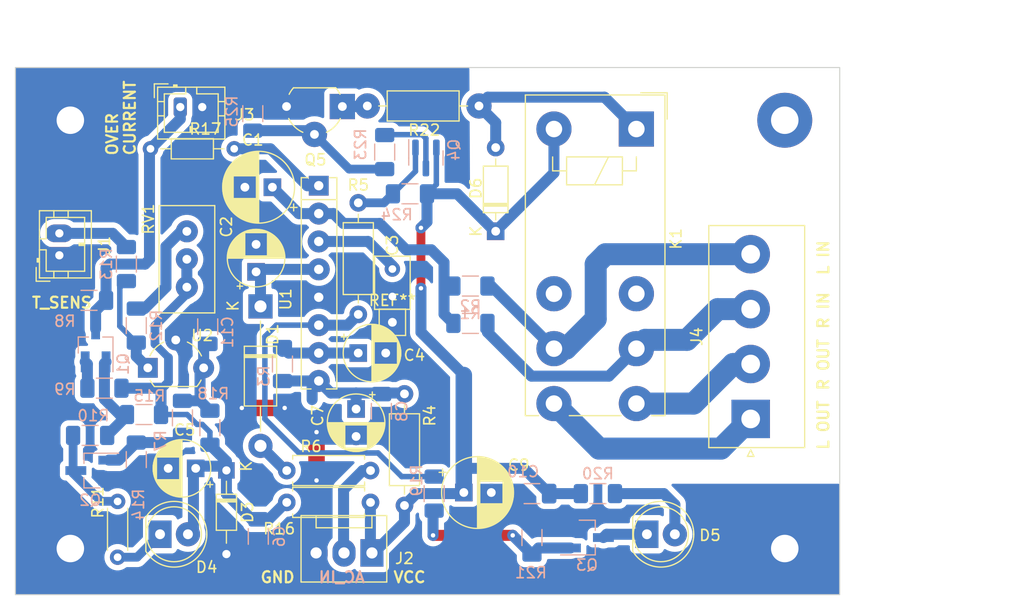
<source format=kicad_pcb>
(kicad_pcb (version 20240108) (generator "pcbnew") (generator_version "8.0")
  (layers (0 "F.Cu" signal) (31 "B.Cu" signal) (34 "B.Paste" user) (35 "F.Paste" user) (36 "B.SilkS" user "B.Silkscreen") (37 "F.SilkS" user "F.Silkscreen") (38 "B.Mask" user) (39 "F.Mask" user) (44 "Edge.Cuts" user))
  (net 0 "")
  (net 1 "Net-(U1-Output_Offset_Det.)")
  (net 2 "GND")
  (net 3 "Net-(D1-K)")
  (net 4 "Net-(U1-Latch{slash}Automat_Reset)")
  (net 5 "Net-(U1-VCC_ON_Mute)")
  (net 6 "Net-(D3-K)")
  (net 7 "Net-(U1-+VCC)")
  (net 8 "Net-(D1-A)")
  (net 9 "Net-(D6-A)")
  (net 10 "Net-(D4-K)")
  (net 11 "Net-(D5-K)")
  (net 12 "Net-(D5-A)")
  (net 13 "/INPUT_AC")
  (net 15 "/OUPUT_R")
  (net 16 "/INPUT_R")
  (net 17 "Net-(Q1-B)")
  (net 18 "Net-(Q1-E)")
  (net 19 "Net-(Q2-B)")
  (net 20 "Net-(Q3-B)")
  (net 21 "Net-(U1-Output_Relay_Driver)")
  (net 22 "Net-(U2-K)")
  (net 23 "Net-(U2-REF)")
  (net 24 "Net-(R12-Pad2)")
  (net 25 "/OVERLOAD_DET")
  (net 26 "/INPUT_L")
  (net 27 "Net-(Q4-B)")
  (net 28 "Net-(Q4-C)")
  (net 29 "/VCC")
  (net 30 "/OUPUT_L")
  (net 31 "Net-(Q2-C)")
  (net 32 "Net-(J1-Pin_2)")
  (net 33 "Net-(Q5-C)")
  (net 34 "Net-(Q5-B)")
  (net 36 "Net-(J3-Pin_1)")
  (footprint "Package_TO_SOT_THT:TO-92L_Wide" (layer "F.Cu") (at 141.55 78.55 180)
    (property "Reference" "Q5" (at 2.45 -4.85 0) (layer "F.SilkS"))
    (property "Value" "BC337")
    (pad "1" thru_hole rect (at 0 0 180) (size 2.3 2.3) (drill 0.8) (layers "*.Cu" "*.Mask") (net 33 "Net-(Q5-C)"))
    (pad "2" thru_hole circle (at 2.54 -2.54 180) (size 2.3 2.3) (drill 0.8) (layers "*.Cu" "*.Mask") (net 34 "Net-(Q5-B)"))
    (pad "3" thru_hole circle (at 5.08 0 180) (size 2.3 2.3) (drill 0.8) (layers "*.Cu" "*.Mask") (net 2 "GND"))
  )
  (footprint "Connector_JST:JST_PH_B2B-PH-K_1x02_P2.00mm_Vertical" (layer "F.Cu") (at 115.8 92.1 90)
    (property "Reference" "J1" (at 0.9 4.1 90) (layer "F.SilkS"))
    (property "Value" "Conn_01x02")
    (pad "1" thru_hole roundrect (at 0 0 90) (size 1.5 2.5) (drill 0.75) (layers "*.Cu" "*.Mask") (roundrect_rratio 0.2083333333) (net 2 "GND"))
    (pad "2" thru_hole oval (at 2 0 90) (size 1.6 2.5) (drill 0.75) (layers "*.Cu" "*.Mask") (net 32 "Net-(J1-Pin_2)"))
  )
  (footprint "Capacitor_THT:CP_Radial_D6.3mm_P2.50mm" (layer "F.Cu") (at 152.6 113.7)
    (property "Reference" "C9" (at 5 -2.5 0) (layer "F.SilkS"))
    (property "Value" "100u/40V")
    (pad "1" thru_hole rect (at 0 0) (size 1.6 1.6) (drill 0.8) (layers "*.Cu" "*.Mask") (net 29 "/VCC"))
    (pad "2" thru_hole circle (at 2.5 0) (size 1.6 1.6) (drill 0.8) (layers "*.Cu" "*.Mask") (net 2 "GND"))
  )
  (footprint "Capacitor_THT:CP_Radial_D5.0mm_P2.50mm" (layer "F.Cu") (at 128.205113 111.5 180)
    (property "Reference" "C5" (at 1.005113 3.5 0) (layer "F.SilkS"))
    (property "Value" "47u/16V")
    (pad "1" thru_hole rect (at 0 0 180) (size 1.6 1.6) (drill 0.8) (layers "*.Cu" "*.Mask") (net 6 "Net-(D3-K)"))
    (pad "2" thru_hole circle (at 2.5 0 180) (size 1.6 1.6) (drill 0.8) (layers "*.Cu" "*.Mask") (net 2 "GND"))
  )
  (footprint "Relay_THT:Relay_DPDT_Finder_40.52" (layer "F.Cu") (at 168.3 80.6 -90)
    (property "Reference" "K1" (at 10 -3.6 90) (layer "F.SilkS"))
    (property "Value" "RM84")
    (pad "11" thru_hole circle (at 20 0 270) (size 3.2 3.2) (drill 1.5) (layers "*.Cu" "*.Mask") (net 16 "/INPUT_R"))
    (pad "12" thru_hole circle (at 15 0 270) (size 3.2 3.2) (drill 1.5) (layers "*.Cu" "*.Mask"))
    (pad "14" thru_hole circle (at 25 0 270) (size 3.2 3.2) (drill 1.5) (layers "*.Cu" "*.Mask") (net 15 "/OUPUT_R"))
    (pad "21" thru_hole circle (at 20 7.5 270) (size 3.2 3.2) (drill 1.5) (layers "*.Cu" "*.Mask") (net 26 "/INPUT_L"))
    (pad "22" thru_hole circle (at 15 7.5 270) (size 3.2 3.2) (drill 1.5) (layers "*.Cu" "*.Mask"))
    (pad "24" thru_hole circle (at 25 7.5 270) (size 3.2 3.2) (drill 1.5) (layers "*.Cu" "*.Mask") (net 30 "/OUPUT_L"))
    (pad "A1" thru_hole rect (at 0 0 270) (size 3.2 3.2) (drill 1.5) (layers "*.Cu" "*.Mask") (net 9 "Net-(D6-A)"))
    (pad "A2" thru_hole circle (at 0 7.5 270) (size 3.2 3.2) (drill 1.5) (layers "*.Cu" "*.Mask") (net 29 "/VCC"))
  )
  (footprint "Resistor_THT:R_Axial_DIN0207_L6.3mm_D2.5mm_P10.16mm_Horizontal" (layer "F.Cu") (at 143.82 78.5)
    (property "Reference" "R22" (at 5.18 2.2 0) (layer "F.SilkS"))
    (property "Value" "56")
    (pad "1" thru_hole circle (at 0 0) (size 2.3 2.3) (drill 0.8) (layers "*.Cu" "*.Mask") (net 33 "Net-(Q5-C)"))
    (pad "2" thru_hole circle (at 10.16 0) (size 2.3 2.3) (drill 0.8) (layers "*.Cu" "*.Mask") (net 9 "Net-(D6-A)"))
  )
  (footprint "Package_SIP:SIP-8_19x3mm_P2.54mm" (layer "F.Cu") (at 139.4 85.76 -90)
    (property "Reference" "U1" (at 10.34 3 90) (layer "F.SilkS"))
    (property "Value" "UP1237")
    (pad "1" thru_hole rect (at 0 0) (size 1.8 1.8) (drill 0.85) (layers "*.Cu" "*.Mask") (net 25 "/OVERLOAD_DET"))
    (pad "2" thru_hole circle (at 2.54 0) (size 2 2) (drill 0.85) (layers "*.Cu" "*.Mask") (net 1 "Net-(U1-Output_Offset_Det.)"))
    (pad "3" thru_hole circle (at 5.08 0) (size 2 2) (drill 0.85) (layers "*.Cu" "*.Mask") (net 4 "Net-(U1-Latch{slash}Automat_Reset)"))
    (pad "4" thru_hole circle (at 7.62 0) (size 2 2) (drill 0.85) (layers "*.Cu" "*.Mask") (net 3 "Net-(D1-K)"))
    (pad "5" thru_hole circle (at 10.16 0) (size 2 2) (drill 0.85) (layers "*.Cu" "*.Mask") (net 2 "GND"))
    (pad "6" thru_hole circle (at 12.7 0) (size 2 2) (drill 0.85) (layers "*.Cu" "*.Mask") (net 21 "Net-(U1-Output_Relay_Driver)"))
    (pad "7" thru_hole circle (at 15.24 0) (size 2 2) (drill 0.85) (layers "*.Cu" "*.Mask") (net 5 "Net-(U1-VCC_ON_Mute)"))
    (pad "8" thru_hole circle (at 17.78 0) (size 2 2) (drill 0.85) (layers "*.Cu" "*.Mask") (net 7 "Net-(U1-+VCC)"))
  )
  (footprint "Capacitor_THT:C_Rect_L4.6mm_W3.0mm_P2.50mm_MKS02_FKP02" (layer "F.Cu") (at 146.1 93.35 -90)
    (property "Reference" "C3" (at -2.15 0 90) (layer "F.SilkS"))
    (property "Value" "22n")
    (pad "1" thru_hole circle (at 0 0 270) (size 1.4 1.4) (drill 0.7) (layers "*.Cu" "*.Mask") (net 4 "Net-(U1-Latch{slash}Automat_Reset)"))
    (pad "2" thru_hole circle (at 2.5 0 270) (size 1.4 1.4) (drill 0.7) (layers "*.Cu" "*.Mask") (net 2 "GND"))
  )
  (footprint "Resistor_THT:R_Axial_DIN0207_L6.3mm_D2.5mm_P10.16mm_Horizontal" (layer "F.Cu") (at 143 97.48 90)
    (property "Reference" "R5" (at 11.78 0 180) (layer "F.SilkS"))
    (property "Value" "47k")
    (pad "1" thru_hole circle (at 0 0 90) (size 1.6 1.6) (drill 0.8) (layers "*.Cu" "*.Mask") (net 21 "Net-(U1-Output_Relay_Driver)"))
    (pad "2" thru_hole oval (at 10.16 0 90) (size 1.6 1.6) (drill 0.8) (layers "*.Cu" "*.Mask") (net 27 "Net-(Q4-B)"))
  )
  (footprint "Package_TO_SOT_THT:TO-92L_Wide" (layer "F.Cu") (at 123.85 102.35)
    (property "Reference" "U2" (at 4.95 -2.95 0) (layer "F.SilkS"))
    (property "Value" "TL431LP")
    (pad "1" thru_hole rect (at 0 0) (size 1.8 1.8) (drill 0.8) (layers "*.Cu" "*.Mask") (net 23 "Net-(U2-REF)"))
    (pad "2" thru_hole circle (at 2.54 -2.54) (size 1.9 1.9) (drill 0.8) (layers "*.Cu" "*.Mask") (net 2 "GND"))
    (pad "3" thru_hole circle (at 5.08 0) (size 1.9 1.9) (drill 0.8) (layers "*.Cu" "*.Mask") (net 22 "Net-(U2-K)"))
  )
  (footprint "Diode_THT:D_DO-41_SOD81_P12.70mm_Horizontal" (layer "F.Cu") (at 134.1 96.75 -90)
    (property "Reference" "D1" (at 2.55 -1.1 -90) (layer "F.SilkS"))
    (property "Value" "1N4007")
    (fp_text user "K" (at -0.05 2.5 -90) (layer "F.SilkS"))
    (pad "1" thru_hole rect (at 0 0 270) (size 2.2 2.2) (drill 1.1) (layers "*.Cu" "*.Mask") (net 3 "Net-(D1-K)"))
    (pad "2" thru_hole oval (at 12.7 0 270) (size 2.2 2.2) (drill 1.1) (layers "*.Cu" "*.Mask") (net 8 "Net-(D1-A)"))
  )
  (footprint "Diode_THT:D_DO-35_SOD27_P7.62mm_Horizontal" (layer "F.Cu") (at 155.5 89.91 90)
    (property "Reference" "D6" (at 3.91 -1.8 90) (layer "F.SilkS"))
    (property "Value" "1N4148")
    (fp_text user "K" (at 0 -1.8 90) (layer "F.SilkS"))
    (pad "1" thru_hole rect (at 0 0 90) (size 1.6 1.6) (drill 0.8) (layers "*.Cu" "*.Mask") (net 29 "/VCC"))
    (pad "2" thru_hole oval (at 7.62 0 90) (size 1.6 1.6) (drill 0.8) (layers "*.Cu" "*.Mask") (net 9 "Net-(D6-A)"))
  )
  (footprint "Resistor_THT:R_Axial_DIN0207_L6.3mm_D2.5mm_P10.16mm_Horizontal" (layer "F.Cu") (at 147.2 114.88 90)
    (property "Reference" "R4" (at 8.18 2.3 90) (layer "F.SilkS"))
    (property "Value" "9k1")
    (pad "1" thru_hole circle (at 0 0 90) (size 1.6 1.6) (drill 0.8) (layers "*.Cu" "*.Mask") (net 29 "/VCC"))
    (pad "2" thru_hole oval (at 10.16 0 90) (size 1.6 1.6) (drill 0.8) (layers "*.Cu" "*.Mask") (net 7 "Net-(U1-+VCC)"))
  )
  (footprint "Connector_JST:JST_PH_B2B-PH-K_1x02_P2.00mm_Vertical" (layer "F.Cu") (at 126.8 78.6)
    (property "Reference" "J3" (at 5.9 0.7 0) (layer "F.SilkS"))
    (property "Value" "Conn_01x02")
    (pad "1" thru_hole roundrect (at 0 0) (size 1.2 1.75) (drill 0.75) (layers "*.Cu" "*.Mask") (roundrect_rratio 0.2083333333) (net 36 "Net-(J3-Pin_1)"))
    (pad "2" thru_hole oval (at 2 0) (size 1.2 1.75) (drill 0.75) (layers "*.Cu" "*.Mask") (net 2 "GND"))
  )
  (footprint "Capacitor_THT:CP_Radial_D6.3mm_P2.50mm" (layer "F.Cu") (at 135.18238 85.9 180)
    (property "Reference" "C1" (at 1.78238 4.3 180) (layer "F.SilkS"))
    (property "Value" "330u/10/16V")
    (pad "1" thru_hole rect (at 0 0 180) (size 1.6 1.6) (drill 0.8) (layers "*.Cu" "*.Mask") (net 1 "Net-(U1-Output_Offset_Det.)"))
    (pad "2" thru_hole circle (at 2.5 0 180) (size 1.6 1.6) (drill 0.8) (layers "*.Cu" "*.Mask") (net 2 "GND"))
  )
  (footprint "Potentiometer_THT:Potentiometer_Bourns_3296W_Vertical" (layer "F.Cu") (at 127.4 89.92 90)
    (property "Reference" "RV1" (at 1.12 -3.5 90) (layer "F.SilkS"))
    (property "Value" "2k")
    (pad "1" thru_hole circle (at 0 0 90) (size 2 2) (drill 0.8) (layers "*.Cu" "*.Mask") (net 24 "Net-(R12-Pad2)"))
    (pad "2" thru_hole circle (at -2.54 0 90) (size 2 2) (drill 0.8) (layers "*.Cu" "*.Mask") (net 6 "Net-(D3-K)"))
    (pad "3" thru_hole circle (at -5.08 0 90) (size 2 2) (drill 0.8) (layers "*.Cu" "*.Mask") (net 6 "Net-(D3-K)"))
  )
  (footprint "TestPoint:TestPoint_THTPad_2.0x2.0mm_Drill1.0mm" (layer "F.Cu") (at 146.1 98.2)
    (property "Reference" "REF**" (at 0 -1.998 0) (layer "F.SilkS"))
    (property "Value" "TestPoint_THTPad_2.0x2.0mm_Drill1.0mm")
    (pad "1" thru_hole circle (at 0 0) (size 1.7 1.7) (drill 0.8) (layers "*.Cu" "*.Mask") (net 2 "GND"))
  )
  (footprint "Resistor_THT:R_Axial_DIN0204_L3.6mm_D1.6mm_P7.62mm_Horizontal" (layer "F.Cu") (at 124.09 82.4)
    (property "Reference" "R17" (at 5 -1.8 0) (layer "F.SilkS"))
    (property "Value" "27k")
    (pad "1" thru_hole circle (at 0 0) (size 1.4 1.4) (drill 0.7) (layers "*.Cu" "*.Mask") (net 36 "Net-(J3-Pin_1)"))
    (pad "2" thru_hole oval (at 7.62 0) (size 1.4 1.4) (drill 0.7) (layers "*.Cu" "*.Mask") (net 25 "/OVERLOAD_DET"))
  )
  (footprint "Capacitor_THT:CP_Radial_D5.0mm_P2.50mm" (layer "F.Cu") (at 142.994888 101)
    (property "Reference" "C4" (at 5.105112 0.2 0) (layer "F.SilkS"))
    (property "Value" "4.7u/10/16V")
    (pad "1" thru_hole rect (at 0 0) (size 1.6 1.6) (drill 0.8) (layers "*.Cu" "*.Mask") (net 5 "Net-(U1-VCC_ON_Mute)"))
    (pad "2" thru_hole circle (at 2.5 0) (size 1.6 1.6) (drill 0.8) (layers "*.Cu" "*.Mask") (net 2 "GND"))
  )
  (footprint "Connector_JST:JST_NV_B04P-NV_1x04_P5.00mm_Vertical" (layer "F.Cu") (at 178.7 107 90)
    (property "Reference" "J4" (at 7.5 -4.9 90) (layer "F.SilkS"))
    (property "Value" "Conn_01x04_Pin")
    (pad "1" thru_hole rect (at 0 0 90) (size 3.5 3.5) (drill 1.7) (layers "*.Cu" "*.Mask") (net 30 "/OUPUT_L"))
    (pad "2" thru_hole circle (at 5 0 90) (size 3.5 3.5) (drill 1.7) (layers "*.Cu" "*.Mask") (net 15 "/OUPUT_R"))
    (pad "3" thru_hole circle (at 10 0 90) (size 3.5 3.5) (drill 1.7) (layers "*.Cu" "*.Mask") (net 16 "/INPUT_R"))
    (pad "4" thru_hole circle (at 15 0 90) (size 3.5 3.5) (drill 1.7) (layers "*.Cu" "*.Mask") (net 26 "/INPUT_L"))
  )
  (footprint "Resistor_THT:R_Axial_DIN0204_L3.6mm_D1.6mm_P5.08mm_Horizontal" (layer "F.Cu") (at 121.1 114.51 -90)
    (property "Reference" "R11" (at 0.09 1.8 -90) (layer "F.SilkS"))
    (property "Value" "4k7")
    (pad "1" thru_hole circle (at 0 0 270) (size 1.4 1.4) (drill 0.7) (layers "*.Cu" "*.Mask") (net 31 "Net-(Q2-C)"))
    (pad "2" thru_hole oval (at 5.08 0 270) (size 1.4 1.4) (drill 0.7) (layers "*.Cu" "*.Mask") (net 10 "Net-(D4-K)"))
  )
  (footprint "LED_THT:LED_D5.0mm" (layer "F.Cu") (at 169.26 117.5)
    (property "Reference" "D5" (at 5.74 0.1 0) (layer "F.SilkS"))
    (property "Value" "LED_Small")
    (pad "1" thru_hole rect (at 0 0) (size 2.1 2.5) (drill 0.9) (layers "*.Cu" "*.Mask") (net 11 "Net-(D5-K)"))
    (pad "2" thru_hole circle (at 2.54 0) (size 2.2 2.2) (drill 0.9) (layers "*.Cu" "*.Mask") (net 12 "Net-(D5-A)"))
  )
  (footprint "Resistor_THT:R_Axial_DIN0207_L6.3mm_D2.5mm_P7.62mm_Horizontal" (layer "F.Cu") (at 144.11 111.7 180)
    (property "Reference" "R6" (at 5.41 2.2 0) (layer "F.SilkS"))
    (property "Value" "12k")
    (pad "1" thru_hole circle (at 0 0 180) (size 1.6 1.6) (drill 0.8) (layers "*.Cu" "*.Mask") (net 13 "/INPUT_AC"))
    (pad "2" thru_hole oval (at 7.62 0 180) (size 1.6 1.6) (drill 0.8) (layers "*.Cu" "*.Mask") (net 8 "Net-(D1-A)"))
  )
  (footprint "LED_THT:LED_D5.0mm" (layer "F.Cu") (at 124.96 117.5)
    (property "Reference" "D4" (at 4.24 3 0) (layer "F.SilkS"))
    (property "Value" "LED_Small")
    (pad "1" thru_hole rect (at 0 0) (size 2.1 2.5) (drill 0.9) (layers "*.Cu" "*.Mask") (net 10 "Net-(D4-K)"))
    (pad "2" thru_hole circle (at 2.54 0) (size 2.2 2.2) (drill 0.9) (layers "*.Cu" "*.Mask") (net 6 "Net-(D3-K)"))
  )
  (footprint "Capacitor_THT:CP_Radial_D5.0mm_P2.50mm" (layer "F.Cu") (at 133.7 93.605113 90)
    (property "Reference" "C2" (at 4.1 -2.7 90) (layer "F.SilkS"))
    (property "Value" "4.7u/10/16V")
    (pad "1" thru_hole rect (at 0 0 90) (size 1.6 1.6) (drill 0.8) (layers "*.Cu" "*.Mask") (net 3 "Net-(D1-K)"))
    (pad "2" thru_hole circle (at 2.5 0 90) (size 1.6 1.6) (drill 0.8) (layers "*.Cu" "*.Mask") (net 2 "GND"))
  )
  (footprint "Diode_THT:D_DO-34_SOD68_P7.62mm_Horizontal" (layer "F.Cu") (at 131 111.685 -90)
    (property "Reference" "D3" (at 3.81 -1.92 90) (layer "F.SilkS"))
    (property "Value" "12V")
    (fp_text user "K" (at -0.385 -1.8 90) (layer "F.SilkS"))
    (pad "1" thru_hole rect (at 0 0 270) (size 1.5 1.5) (drill 0.75) (layers "*.Cu" "*.Mask") (net 6 "Net-(D3-K)"))
    (pad "2" thru_hole oval (at 7.62 0 270) (size 1.5 1.5) (drill 0.75) (layers "*.Cu" "*.Mask") (net 2 "GND"))
  )
  (footprint "Connector:FanPinHeader_1x03_P2.54mm_Vertical" (layer "F.Cu") (at 144.24 119.2 180)
    (property "Reference" "J2" (at -2.96 -0.5 0) (layer "F.SilkS"))
    (property "Value" "Conn_01x03")
    (pad "1" thru_hole rect (at 0 0 270) (size 2.5 2.1) (drill 1.02) (layers "*.Cu" "*.Mask") (net 29 "/VCC"))
    (pad "2" thru_hole oval (at 2.54 0 270) (size 2.5 2.1) (drill 1.02) (layers "*.Cu" "*.Mask") (net 13 "/INPUT_AC"))
    (pad "3" thru_hole oval (at 5.08 0 270) (size 2.5 2.1) (drill 1.02) (layers "*.Cu" "*.Mask") (net 2 "GND"))
  )
  (footprint "Resistor_THT:R_Axial_DIN0207_L6.3mm_D2.5mm_P7.62mm_Horizontal" (layer "F.Cu") (at 144.11 114.6 180)
    (property "Reference" "R16" (at 8.31 -2.4 0) (layer "F.SilkS"))
    (property "Value" "2k")
    (pad "1" thru_hole circle (at 0 0 180) (size 1.6 1.6) (drill 0.8) (layers "*.Cu" "*.Mask") (net 29 "/VCC"))
    (pad "2" thru_hole oval (at 7.62 0 180) (size 1.6 1.6) (drill 0.8) (layers "*.Cu" "*.Mask") (net 6 "Net-(D3-K)"))
  )
  (footprint "Capacitor_THT:CP_Radial_D5.0mm_P2.50mm" (layer "F.Cu") (at 142.8 106.094888 -90)
    (property "Reference" "C7" (at 0.605112 3.5 90) (layer "F.SilkS"))
    (property "Value" "47u/10/16")
    (pad "1" thru_hole rect (at 0 0 270) (size 1.6 1.6) (drill 0.8) (layers "*.Cu" "*.Mask") (net 7 "Net-(U1-+VCC)"))
    (pad "2" thru_hole circle (at 2.5 0 270) (size 1.6 1.6) (drill 0.8) (layers "*.Cu" "*.Mask") (net 2 "GND"))
  )
  (footprint "Package_TO_SOT_SMD:SOT-23_Handsoldering" (layer "B.Cu") (at 118.8 111.7 180)
    (property "Reference" "Q2" (at 0.2 -2.7 0) (layer "B.SilkS") (effects (justify mirror)))
    (property "Value" "BC847")
    (pad "1" smd rect (at -1.5 0.95 180) (size 1.9 0.8) (layers "B.Cu" "B.Paste" "B.Mask") (net 19 "Net-(Q2-B)"))
    (pad "2" smd rect (at -1.5 -0.95 180) (size 1.9 0.8) (layers "B.Cu" "B.Paste" "B.Mask") (net 2 "GND"))
    (pad "3" smd rect (at 1.5 0 180) (size 1.9 0.8) (layers "B.Cu" "B.Paste" "B.Mask") (net 31 "Net-(Q2-C)"))
  )
  (footprint "Resistor_SMD:R_1206_3216Metric_Pad1.30x1.75mm_HandSolder" (layer "B.Cu") (at 147.7 86.5)
    (property "Reference" "R24" (at -1.2 1.9 0) (layer "B.SilkS") (effects (justify mirror)))
    (property "Value" "47k")
    (pad "1" smd roundrect (at -1.55 0) (size 1.3 1.75) (layers "B.Cu" "B.Paste" "B.Mask") (roundrect_rratio 0.1923076923) (net 27 "Net-(Q4-B)"))
    (pad "2" smd roundrect (at 1.55 0) (size 1.3 1.75) (layers "B.Cu" "B.Paste" "B.Mask") (roundrect_rratio 0.1923076923) (net 29 "/VCC"))
  )
  (footprint "Resistor_SMD:R_1206_3216Metric_Pad1.30x1.75mm_HandSolder" (layer "B.Cu") (at 164.8 113.8 180)
    (property "Reference" "R20" (at 0 1.82 0) (layer "B.SilkS") (effects (justify mirror)))
    (property "Value" "10k")
    (pad "1" smd roundrect (at -1.55 0 180) (size 1.3 1.75) (layers "B.Cu" "B.Paste" "B.Mask") (roundrect_rratio 0.1923076923) (net 12 "Net-(D5-A)"))
    (pad "2" smd roundrect (at 1.55 0 180) (size 1.3 1.75) (layers "B.Cu" "B.Paste" "B.Mask") (roundrect_rratio 0.1923076923) (net 29 "/VCC"))
  )
  (footprint "Resistor_SMD:R_1206_3216Metric_Pad1.30x1.75mm_HandSolder" (layer "B.Cu") (at 121.9 92.9 -90)
    (property "Reference" "R13" (at 0 1.82 90) (layer "B.SilkS") (effects (justify mirror)))
    (property "Value" "200")
    (pad "1" smd roundrect (at -1.55 0 270) (size 1.3 1.75) (layers "B.Cu" "B.Paste" "B.Mask") (roundrect_rratio 0.1923076923) (net 32 "Net-(J1-Pin_2)"))
    (pad "2" smd roundrect (at 1.55 0 270) (size 1.3 1.75) (layers "B.Cu" "B.Paste" "B.Mask") (roundrect_rratio 0.1923076923) (net 23 "Net-(U2-REF)"))
  )
  (footprint "Resistor_SMD:R_1206_3216Metric_Pad1.30x1.75mm_HandSolder" (layer "B.Cu") (at 153.2 98.3)
    (property "Reference" "R1" (at 0 -0.91 0) (layer "B.SilkS") (effects (justify mirror)))
    (property "Value" "56k")
    (pad "1" smd roundrect (at -1.55 0) (size 1.3 1.75) (layers "B.Cu" "B.Paste" "B.Mask") (roundrect_rratio 0.1923076923) (net 1 "Net-(U1-Output_Offset_Det.)"))
    (pad "2" smd roundrect (at 1.55 0) (size 1.3 1.75) (layers "B.Cu" "B.Paste" "B.Mask") (roundrect_rratio 0.1923076923) (net 16 "/INPUT_R"))
  )
  (footprint "Resistor_SMD:R_1206_3216Metric_Pad1.30x1.75mm_HandSolder" (layer "B.Cu") (at 145.4 82.7 90)
    (property "Reference" "R23" (at 0.7 -2.2 90) (layer "B.SilkS") (effects (justify mirror)))
    (property "Value" "47k")
    (pad "1" smd roundrect (at -1.55 0 90) (size 1.3 1.75) (layers "B.Cu" "B.Paste" "B.Mask") (roundrect_rratio 0.1923076923) (net 34 "Net-(Q5-B)"))
    (pad "2" smd roundrect (at 1.55 0 90) (size 1.3 1.75) (layers "B.Cu" "B.Paste" "B.Mask") (roundrect_rratio 0.1923076923) (net 28 "Net-(Q4-C)"))
  )
  (footprint "MountingHole:MountingHole_2.5mm_Pad" (layer "B.Cu") (at 116.8 118.8 180)
    (property "Reference" "REF**" (hide yes))
    (property "Value" "MountingHole_2.5mm_Pad" (hide yes))
    (pad "1" thru_hole circle (at 0 0 180) (size 5 5) (drill 2.5) (layers "*.Cu" "*.Mask") (net 2 "GND"))
  )
  (footprint "Resistor_SMD:R_1206_3216Metric_Pad1.30x1.75mm_HandSolder" (layer "B.Cu") (at 133.4 79.2 90)
    (property "Reference" "R25" (at 0.2 -1.9 90) (layer "B.SilkS") (effects (justify mirror)))
    (property "Value" "47k")
    (pad "1" smd roundrect (at -1.55 0 90) (size 1.3 1.75) (layers "B.Cu" "B.Paste" "B.Mask") (roundrect_rratio 0.1923076923) (net 34 "Net-(Q5-B)"))
    (pad "2" smd roundrect (at 1.55 0 90) (size 1.3 1.75) (layers "B.Cu" "B.Paste" "B.Mask") (roundrect_rratio 0.1923076923) (net 2 "GND"))
  )
  (footprint "Resistor_SMD:R_1206_3216Metric_Pad1.30x1.75mm_HandSolder" (layer "B.Cu") (at 118.6 108.5)
    (property "Reference" "R10" (at 0.3 -1.8 0) (layer "B.SilkS") (effects (justify mirror)))
    (property "Value" "1k")
    (pad "1" smd roundrect (at -1.55 0) (size 1.3 1.75) (layers "B.Cu" "B.Paste" "B.Mask") (roundrect_rratio 0.1923076923) (net 31 "Net-(Q2-C)"))
    (pad "2" smd roundrect (at 1.55 0) (size 1.3 1.75) (layers "B.Cu" "B.Paste" "B.Mask") (roundrect_rratio 0.1923076923) (net 17 "Net-(Q1-B)"))
  )
  (footprint "Capacitor_SMD:C_1206_3216Metric_Pad1.33x1.80mm_HandSolder" (layer "B.Cu") (at 145.1 106.3 90)
    (property "Reference" "C8" (at 0 1.85 90) (layer "B.SilkS") (effects (justify mirror)))
    (property "Value" "0.1u")
    (pad "1" smd roundrect (at -1.5625 0 90) (size 1.325 1.8) (layers "B.Cu" "B.Paste" "B.Mask") (roundrect_rratio 0.1886792453) (net 2 "GND"))
    (pad "2" smd roundrect (at 1.5625 0 90) (size 1.325 1.8) (layers "B.Cu" "B.Paste" "B.Mask") (roundrect_rratio 0.1886792453) (net 7 "Net-(U1-+VCC)"))
  )
  (footprint "Resistor_SMD:R_1206_3216Metric_Pad1.30x1.75mm_HandSolder" (layer "B.Cu") (at 127 106.9 -90)
    (property "Reference" "R7" (at 2.1 2 90) (layer "B.SilkS") (effects (justify mirror)))
    (property "Value" "4k7")
    (pad "1" smd roundrect (at -1.55 0 270) (size 1.3 1.75) (layers "B.Cu" "B.Paste" "B.Mask") (roundrect_rratio 0.1923076923) (net 22 "Net-(U2-K)"))
    (pad "2" smd roundrect (at 1.55 0 270) (size 1.3 1.75) (layers "B.Cu" "B.Paste" "B.Mask") (roundrect_rratio 0.1923076923) (net 19 "Net-(Q2-B)"))
  )
  (footprint "Resistor_SMD:R_1206_3216Metric_Pad1.30x1.75mm_HandSolder" (layer "B.Cu") (at 149.9 113.8 -90)
    (property "Reference" "R19" (at -1.2 1.6 90) (layer "B.SilkS") (effects (justify mirror)))
    (property "Value" "47k")
    (pad "1" smd roundrect (at -1.55 0 270) (size 1.3 1.75) (layers "B.Cu" "B.Paste" "B.Mask") (roundrect_rratio 0.1923076923) (net 21 "Net-(U1-Output_Relay_Driver)"))
    (pad "2" smd roundrect (at 1.55 0 270) (size 1.3 1.75) (layers "B.Cu" "B.Paste" "B.Mask") (roundrect_rratio 0.1923076923) (net 20 "Net-(Q3-B)"))
  )
  (footprint "Package_TO_SOT_SMD:SOT-23_Handsoldering" (layer "B.Cu") (at 119.1 100.3 90)
    (property "Reference" "Q1" (at -1.7 2.5 90) (layer "B.SilkS") (effects (justify mirror)))
    (property "Value" "BC858")
    (pad "1" smd rect (at -1.5 0.95 90) (size 1.9 0.8) (layers "B.Cu" "B.Paste" "B.Mask") (net 17 "Net-(Q1-B)"))
    (pad "2" smd rect (at -1.5 -0.95 90) (size 1.9 0.8) (layers "B.Cu" "B.Paste" "B.Mask") (net 18 "Net-(Q1-E)"))
    (pad "3" smd rect (at 1.5 0 90) (size 1.9 0.8) (layers "B.Cu" "B.Paste" "B.Mask") (net 36 "Net-(J3-Pin_1)"))
  )
  (footprint "MountingHole:MountingHole_2.5mm_Pad" (layer "B.Cu") (at 116.8 79.8 180)
    (property "Reference" "REF**" (hide yes))
    (property "Value" "MountingHole_2.5mm_Pad" (hide yes))
    (pad "1" thru_hole circle (at 0 0 180) (size 5 5) (drill 2.5) (layers "*.Cu" "*.Mask") (net 2 "GND"))
  )
  (footprint "Resistor_SMD:R_1206_3216Metric_Pad1.30x1.75mm_HandSolder" (layer "B.Cu") (at 122.8 98.5 90)
    (property "Reference" "R12" (at 0 1.82 90) (layer "B.SilkS") (effects (justify mirror)))
    (property "Value" "3k")
    (pad "1" smd roundrect (at -1.55 0 90) (size 1.3 1.75) (layers "B.Cu" "B.Paste" "B.Mask") (roundrect_rratio 0.1923076923) (net 23 "Net-(U2-REF)"))
    (pad "2" smd roundrect (at 1.55 0 90) (size 1.3 1.75) (layers "B.Cu" "B.Paste" "B.Mask") (roundrect_rratio 0.1923076923) (net 24 "Net-(R12-Pad2)"))
  )
  (footprint "Capacitor_SMD:C_1206_3216Metric_Pad1.33x1.80mm_HandSolder" (layer "B.Cu") (at 158.8 113.8)
    (property "Reference" "C10" (at -0.8 -2 0) (layer "B.SilkS") (effects (justify mirror)))
    (property "Value" "0.1u")
    (pad "1" smd roundrect (at -1.5625 0) (size 1.325 1.8) (layers "B.Cu" "B.Paste" "B.Mask") (roundrect_rratio 0.1886792453) (net 2 "GND"))
    (pad "2" smd roundrect (at 1.5625 0) (size 1.325 1.8) (layers "B.Cu" "B.Paste" "B.Mask") (roundrect_rratio 0.1886792453) (net 29 "/VCC"))
  )
  (footprint "Resistor_SMD:R_1206_3216Metric_Pad1.30x1.75mm_HandSolder" (layer "B.Cu") (at 153.2 94.9)
    (property "Reference" "R2" (at 0 1.82 0) (layer "B.SilkS") (effects (justify mirror)))
    (property "Value" "56k")
    (pad "1" smd roundrect (at -1.55 0) (size 1.3 1.75) (layers "B.Cu" "B.Paste" "B.Mask") (roundrect_rratio 0.1923076923) (net 1 "Net-(U1-Output_Offset_Det.)"))
    (pad "2" smd roundrect (at 1.55 0) (size 1.3 1.75) (layers "B.Cu" "B.Paste" "B.Mask") (roundrect_rratio 0.1923076923) (net 26 "/INPUT_L"))
  )
  (footprint "Resistor_SMD:R_1206_3216Metric_Pad1.30x1.75mm_HandSolder" (layer "B.Cu") (at 122.8 110.7 90)
    (property "Reference" "R14" (at -4.1 0.2 90) (layer "B.SilkS") (effects (justify mirror)))
    (property "Value" "4k7")
    (pad "1" smd roundrect (at -1.55 0 90) (size 1.3 1.75) (layers "B.Cu" "B.Paste" "B.Mask") (roundrect_rratio 0.1923076923) (net 2 "GND"))
    (pad "2" smd roundrect (at 1.55 0 90) (size 1.3 1.75) (layers "B.Cu" "B.Paste" "B.Mask") (roundrect_rratio 0.1923076923) (net 19 "Net-(Q2-B)"))
  )
  (footprint "Resistor_SMD:R_1206_3216Metric_Pad1.30x1.75mm_HandSolder" (layer "B.Cu") (at 118.5 96.2)
    (property "Reference" "R8" (at -2.2 1.9 0) (layer "B.SilkS") (effects (justify mirror)))
    (property "Value" "2k7")
    (pad "1" smd roundrect (at -1.55 0) (size 1.3 1.75) (layers "B.Cu" "B.Paste" "B.Mask") (roundrect_rratio 0.1923076923) (net 2 "GND"))
    (pad "2" smd roundrect (at 1.55 0) (size 1.3 1.75) (layers "B.Cu" "B.Paste" "B.Mask") (roundrect_rratio 0.1923076923) (net 36 "Net-(J3-Pin_1)"))
  )
  (footprint "Capacitor_SMD:C_1206_3216Metric_Pad1.33x1.80mm_HandSolder" (layer "B.Cu") (at 133.9 117.7 -90)
    (property "Reference" "C6" (at 0 -1.9 90) (layer "B.SilkS") (effects (justify mirror)))
    (property "Value" "0.1u")
    (pad "1" smd roundrect (at -1.5625 0 270) (size 1.325 1.8) (layers "B.Cu" "B.Paste" "B.Mask") (roundrect_rratio 0.1886792453) (net 6 "Net-(D3-K)"))
    (pad "2" smd roundrect (at 1.5625 0 270) (size 1.325 1.8) (layers "B.Cu" "B.Paste" "B.Mask") (roundrect_rratio 0.1886792453) (net 2 "GND"))
  )
  (footprint "Resistor_SMD:R_1206_3216Metric_Pad1.30x1.75mm_HandSolder" (layer "B.Cu") (at 129.5 107.8 90)
    (property "Reference" "R18" (at 3.1 0.3 180) (layer "B.SilkS") (effects (justify mirror)))
    (property "Value" "6k8")
    (pad "1" smd roundrect (at -1.55 0 90) (size 1.3 1.75) (layers "B.Cu" "B.Paste" "B.Mask") (roundrect_rratio 0.1923076923) (net 6 "Net-(D3-K)"))
    (pad "2" smd roundrect (at 1.55 0 90) (size 1.3 1.75) (layers "B.Cu" "B.Paste" "B.Mask") (roundrect_rratio 0.1923076923) (net 22 "Net-(U2-K)"))
  )
  (footprint "MountingHole:MountingHole_2.5mm_Pad" (layer "B.Cu") (at 181.8 118.8 180)
    (property "Reference" "REF**" (hide yes))
    (property "Value" "MountingHole_2.5mm_Pad" (hide yes))
    (pad "1" thru_hole circle (at 0 0 180) (size 5 5) (drill 2.5) (layers "*.Cu" "*.Mask") (net 2 "GND"))
  )
  (footprint "Capacitor_SMD:C_1206_3216Metric_Pad1.33x1.80mm_HandSolder" (layer "B.Cu") (at 129.3 98.6 90)
    (property "Reference" "C11" (at -0.5 1.8 90) (layer "B.SilkS") (effects (justify mirror)))
    (property "Value" "0.1u")
    (pad "1" smd roundrect (at -1.5625 0 90) (size 1.325 1.8) (layers "B.Cu" "B.Paste" "B.Mask") (roundrect_rratio 0.1886792453) (net 22 "Net-(U2-K)"))
    (pad "2" smd roundrect (at 1.5625 0 90) (size 1.325 1.8) (layers "B.Cu" "B.Paste" "B.Mask") (roundrect_rratio 0.1886792453) (net 2 "GND"))
  )
  (footprint "Resistor_SMD:R_1206_3216Metric_Pad1.30x1.75mm_HandSolder" (layer "B.Cu") (at 158.8 117.8 -90)
    (property "Reference" "R21" (at 3.2 0.1 180) (layer "B.SilkS") (effects (justify mirror)))
    (property "Value" "47k")
    (pad "1" smd roundrect (at -1.55 0 270) (size 1.3 1.75) (layers "B.Cu" "B.Paste" "B.Mask") (roundrect_rratio 0.1923076923) (net 2 "GND"))
    (pad "2" smd roundrect (at 1.55 0 270) (size 1.3 1.75) (layers "B.Cu" "B.Paste" "B.Mask") (roundrect_rratio 0.1923076923) (net 20 "Net-(Q3-B)"))
  )
  (footprint "Resistor_SMD:R_1206_3216Metric_Pad1.30x1.75mm_HandSolder" (layer "B.Cu") (at 136.1 102 -90)
    (property "Reference" "R3" (at 1.1 1.7 90) (layer "B.SilkS") (effects (justify mirror)))
    (property "Value" "56k")
    (pad "1" smd roundrect (at -1.55 0 270) (size 1.3 1.75) (layers "B.Cu" "B.Paste" "B.Mask") (roundrect_rratio 0.1923076923) (net 5 "Net-(U1-VCC_ON_Mute)"))
    (pad "2" smd roundrect (at 1.55 0 270) (size 1.3 1.75) (layers "B.Cu" "B.Paste" "B.Mask") (roundrect_rratio 0.1923076923) (net 7 "Net-(U1-+VCC)"))
  )
  (footprint "Resistor_SMD:R_1206_3216Metric_Pad1.30x1.75mm_HandSolder" (layer "B.Cu") (at 119.9 104.2)
    (property "Reference" "R9" (at -3.6 0.1 0) (layer "B.SilkS") (effects (justify mirror)))
    (property "Value" "3k9")
    (pad "1" smd roundrect (at -1.55 0) (size 1.3 1.75) (layers "B.Cu" "B.Paste" "B.Mask") (roundrect_rratio 0.1923076923) (net 18 "Net-(Q1-E)"))
    (pad "2" smd roundrect (at 1.55 0) (size 1.3 1.75) (layers "B.Cu" "B.Paste" "B.Mask") (roundrect_rratio 0.1923076923) (net 6 "Net-(D3-K)"))
  )
  (footprint "Package_TO_SOT_SMD:SOT-23_Handsoldering" (layer "B.Cu") (at 163.8 117.8)
    (property "Reference" "Q3" (at 0 2.5 0) (layer "B.SilkS") (effects (justify mirror)))
    (property "Value" "BC847")
    (pad "1" smd rect (at -1.5 0.95) (size 1.9 0.8) (layers "B.Cu" "B.Paste" "B.Mask") (net 20 "Net-(Q3-B)"))
    (pad "2" smd rect (at -1.5 -0.95) (size 1.9 0.8) (layers "B.Cu" "B.Paste" "B.Mask") (net 2 "GND"))
    (pad "3" smd rect (at 1.5 0) (size 1.9 0.8) (layers "B.Cu" "B.Paste" "B.Mask") (net 11 "Net-(D5-K)"))
  )
  (footprint "Resistor_SMD:R_1206_3216Metric_Pad1.30x1.75mm_HandSolder" (layer "B.Cu") (at 123.5 106.6)
    (property "Reference" "R15" (at 0.5 -1.7 0) (layer "B.SilkS") (effects (justify mirror)))
    (property "Value" "4k7")
    (pad "1" smd roundrect (at -1.55 0) (size 1.3 1.75) (layers "B.Cu" "B.Paste" "B.Mask") (roundrect_rratio 0.1923076923) (net 17 "Net-(Q1-B)"))
    (pad "2" smd roundrect (at 1.55 0) (size 1.3 1.75) (layers "B.Cu" "B.Paste" "B.Mask") (roundrect_rratio 0.1923076923) (net 6 "Net-(D3-K)"))
  )
  (footprint "MountingHole:MountingHole_2.5mm_Pad" (layer "B.Cu") (at 181.8 79.8 180)
    (property "Reference" "REF**" (hide yes))
    (property "Value" "MountingHole_2.5mm_Pad" (hide yes))
    (pad "1" thru_hole circle (at 0 0 180) (size 5 5) (drill 2.5) (layers "*.Cu" "*.Mask"))
  )
  (footprint "Package_TO_SOT_SMD:SOT-23" (layer "B.Cu") (at 149.15 83.2375 -90)
    (property "Reference" "Q4" (at -0.7375 -2.55 90) (layer "B.SilkS") (effects (justify mirror)))
    (property "Value" "BC858")
    (pad "1" smd roundrect (at -0.9375 0.95 270) (size 1.475 0.6) (layers "B.Cu" "B.Paste" "B.Mask") (net 27 "Net-(Q4-B)"))
    (pad "2" smd roundrect (at -0.9375 -0.95 270) (size 1.475 0.6) (layers "B.Cu" "B.Paste" "B.Mask") (net 29 "/VCC"))
    (pad "3" smd roundrect (at 0.9375 0 270) (size 1.475 0.6) (layers "B.Cu" "B.Paste" "B.Mask") (net 28 "Net-(Q4-C)"))
  )
  (gr_rect (start 111.8 75) (end 186.8 123) (stroke (width 0.1)) (fill none) (layer "Edge.Cuts"))
  (gr_text "AC_IN" (at 143.7 122 0) (layer "B.SilkS") (effects (font (size 1 1) (thickness 0.2) (bold yes)) (justify left bottom mirror)))
  (gr_text "R OUT" (at 185.9 104.5 90) (layer "F.SilkS") (effects (font (size 1 1) (thickness 0.2) (bold yes)) (justify left bottom)))
  (gr_text "OVER\nCURRENT" (at 122.8 83.1 90) (layer "F.SilkS") (effects (font (size 1 1) (thickness 0.2) (bold yes)) (justify left bottom)))
  (gr_text "VCC" (at 146.1 122 0) (layer "F.SilkS") (effects (font (size 1 1) (thickness 0.2) (bold yes)) (justify left bottom)))
  (gr_text "R IN" (at 185.9 98.9 90) (layer "F.SilkS") (effects (font (size 1 1) (thickness 0.2) (bold yes)) (justify left bottom)))
  (gr_text "L OUT" (at 185.9 109.9 90) (layer "F.SilkS") (effects (font (size 1 1) (thickness 0.2) (bold yes)) (justify left bottom)))
  (gr_text "GND" (at 134 122 0) (layer "F.SilkS") (effects (font (size 1 1) (thickness 0.2) (bold yes)) (justify left bottom)))
  (gr_text "T_SENS" (at 113.2 97 0) (layer "F.SilkS") (effects (font (size 1 1) (thickness 0.2) (bold yes)) (justify left bottom)))
  (gr_text "L IN" (at 185.9 94 90) (layer "F.SilkS") (effects (font (size 1 1) (thickness 0.2) (bold yes)) (justify left bottom)))
  (segment (start 140.75 88.3) (end 141.65 89.2) (width 1) (layer "B.Cu") (net 1))
  (segment (start 144.95 89.2) (end 147.35 91.6) (width 1) (layer "B.Cu") (net 1))
  (segment (start 137.58238 88.3) (end 139.4 88.3) (width 1) (layer "B.Cu") (net 1))
  (segment (start 149.65 91.6) (end 150.8 92.75) (width 1) (layer "B.Cu") (net 1))
  (segment (start 141.65 89.2) (end 144.95 89.2) (width 1) (layer "B.Cu") (net 1))
  (segment (start 135.18238 85.9) (end 137.58238 88.3) (width 1) (layer "B.Cu") (net 1))
  (segment (start 139.4 88.3) (end 140.75 88.3) (width 1) (layer "B.Cu") (net 1))
  (segment (start 150.8 92.75) (end 150.8 97.45) (width 1) (layer "B.Cu") (net 1))
  (segment (start 147.35 91.6) (end 149.65 91.6) (width 1) (layer "B.Cu") (net 1))
  (segment (start 150.8 97.45) (end 151.65 98.3) (width 1) (layer "B.Cu") (net 1))
  (segment (start 139.2 108.2) (end 139.2 112.6) (width 1.5) (layer "F.Cu") (net 2))
  (segment (start 132.4 106) (end 136.3 106) (width 1.5) (layer "F.Cu") (net 2))
  (via (at 139.2 112.6) (size 1.5) (drill 0.4) (layers "F.Cu" "B.Cu") (net 2))
  (via (at 136.3 106) (size 1.5) (drill 0.4) (layers "F.Cu" "B.Cu") (net 2))
  (via (at 132.4 106) (size 1.5) (drill 0.4) (layers "F.Cu" "B.Cu") (net 2))
  (via (at 139.2 108.2) (size 1.5) (drill 0.4) (layers "F.Cu" "B.Cu") (net 2))
  (segment (start 134.1 94.005113) (end 133.7 93.605113) (width 1) (layer "B.Cu") (net 3))
  (segment (start 133.82 93.38) (end 139.4 93.38) (width 1) (layer "B.Cu") (net 3))
  (segment (start 134.1 96.75) (end 134.1 94.005113) (width 1) (layer "B.Cu") (net 3))
  (segment (start 139.4 90.84) (end 143.89 90.84) (width 1) (layer "B.Cu") (net 4))
  (segment (start 146.1 93.05) (end 146.1 93.35) (width 1) (layer "B.Cu") (net 4))
  (segment (start 143.89 90.84) (end 146.1 93.05) (width 1) (layer "B.Cu") (net 4))
  (segment (start 136.1 100.45) (end 136.1 100.85) (width 1) (layer "B.Cu") (net 5))
  (segment (start 139.4 101) (end 143.2 101) (width 1) (layer "B.Cu") (net 5))
  (segment (start 136.65 101) (end 136.1 100.45) (width 1) (layer "B.Cu") (net 5))
  (segment (start 139.4 101) (end 136.65 101) (width 1) (layer "B.Cu") (net 5))
  (segment (start 124.5 98.5) (end 124.5 100.182742) (width 0.8) (layer "B.Cu") (net 6))
  (segment (start 127.4 95.6) (end 127.4 92.46) (width 1) (layer "B.Cu") (net 6))
  (segment (start 124.94005 104.2) (end 121.45 104.2) (width 1) (layer "B.Cu") (net 6))
  (segment (start 133.9 116.1375) (end 134.8625 116.1375) (width 1) (layer "B.Cu") (net 6))
  (segment (start 125.727258 101.41) (end 125.727258 103.632692) (width 0.8) (layer "B.Cu") (net 6))
  (segment (start 129.5 109.35) (end 129.5 108.2) (width 0.5) (layer "B.Cu") (net 6))
  (segment (start 128 111.3) (end 130.615 111.3) (width 1) (layer "B.Cu") (net 6))
  (segment (start 136.4 114.6) (end 136.49 114.6) (width 1) (layer "B.Cu") (net 6))
  (segment (start 131 113.8375) (end 131 111.685) (width 1) (layer "B.Cu") (net 6))
  (segment (start 133.3 116.1375) (end 131 113.8375) (width 1) (layer "B.Cu") (net 6))
  (segment (start 127.425 106.6) (end 125.05 106.6) (width 0.5) (layer "B.Cu") (net 6))
  (segment (start 125.05 106.6) (end 125.05 104.30995) (width 1) (layer "B.Cu") (net 6))
  (segment (start 134.8625 116.1375) (end 136.4 114.6) (width 1) (layer "B.Cu") (net 6))
  (segment (start 133.9 116.1375) (end 133.3 116.1375) (width 1) (layer "B.Cu") (net 6))
  (segment (start 131 110.85) (end 129.5 109.35) (width 1) (layer "B.Cu") (net 6))
  (segment (start 124.5 100.182742) (end 125.727258 101.41) (width 0.7) (layer "B.Cu") (net 6))
  (segment (start 125.727258 103.632692) (end 125.05 104.30995) (width 0.8) (layer "B.Cu") (net 6))
  (segment (start 129.5 108.2) (end 128.8 107.5) (width 0.5) (layer "B.Cu") (net 6))
  (segment (start 127.4 95.6) (end 124.5 98.5) (width 0.8) (layer "B.Cu") (net 6))
  (segment (start 128.325 107.5) (end 127.425 106.6) (width 0.5) (layer "B.Cu") (net 6))
  (segment (start 125.05 104.30995) (end 124.94005 104.2) (width 1) (layer "B.Cu") (net 6))
  (segment (start 127.5 117.5) (end 128 117) (width 1) (layer "B.Cu") (net 6))
  (segment (start 128.8 107.5) (end 128.325 107.5) (width 0.5) (layer "B.Cu") (net 6))
  (segment (start 131 111.685) (end 131 110.85) (width 1) (layer "B.Cu") (net 6))
  (segment (start 133.9 116.1375) (end 133.1 116.1375) (width 0.5) (layer "B.Cu") (net 6))
  (segment (start 130.615 111.3) (end 131 111.685) (width 1) (layer "B.Cu") (net 6))
  (segment (start 128 117) (end 128 111.3) (width 1) (layer "B.Cu") (net 6))
  (segment (start 147.1175 104.6375) (end 142.8 104.6375) (width 1) (layer "B.Cu") (net 7))
  (segment (start 138.8 104.14) (end 139.4 103.54) (width 1) (layer "B.Cu") (net 7))
  (segment (start 139.4 103.54) (end 136.51 103.54) (width 1) (layer "B.Cu") (net 7))
  (segment (start 138.8 105.2375) (end 138.8 104.14) (width 1) (layer "B.Cu") (net 7))
  (segment (start 142.8 104.6375) (end 140.4975 104.6375) (width 1) (layer "B.Cu") (net 7))
  (segment (start 140.4975 104.6375) (end 139.4 103.54) (width 1) (layer "B.Cu") (net 7))
  (segment (start 142.8 104.6375) (end 142.8 105.8) (width 1) (layer "B.Cu") (net 7))
  (segment (start 136.35 111.7) (end 134.1 109.45) (width 1) (layer "B.Cu") (net 8))
  (segment (start 136.49 111.7) (end 136.35 111.7) (width 1) (layer "B.Cu") (net 8))
  (segment (start 154.78 77.7) (end 165.4 77.7) (width 1) (layer "B.Cu") (net 9))
  (segment (start 155.5 82.29) (end 155.5 80.02) (width 1) (layer "B.Cu") (net 9))
  (segment (start 165.4 77.7) (end 168.3 80.6) (width 1) (layer "B.Cu") (net 9))
  (segment (start 153.98 78.5) (end 154.78 77.7) (width 1) (layer "B.Cu") (net 9))
  (segment (start 155.5 80.02) (end 153.98 78.5) (width 1) (layer "B.Cu") (net 9))
  (segment (start 122.87 119.59) (end 124.96 117.5) (width 0.8) (layer "B.Cu") (net 10))
  (segment (start 121.1 119.59) (end 122.87 119.59) (width 0.8) (layer "B.Cu") (net 10))
  (segment (start 165.6 117.5) (end 165.3 117.8) (width 1) (layer "B.Cu") (net 11))
  (segment (start 169.26 117.5) (end 165.6 117.5) (width 1) (layer "B.Cu") (net 11))
  (segment (start 170.8 113.8) (end 166.35 113.8) (width 1) (layer "B.Cu") (net 12))
  (segment (start 171.8 114.8) (end 170.8 113.8) (width 1) (layer "B.Cu") (net 12))
  (segment (start 171.8 117.5) (end 171.8 114.8) (width 1) (layer "B.Cu") (net 12))
  (segment (start 143.4 111.7) (end 144.11 111.7) (width 1) (layer "B.Cu") (net 13))
  (segment (start 141.66 113.44) (end 143.4 111.7) (width 1) (layer "B.Cu") (net 13))
  (segment (start 141.66 118.66) (end 141.66 113.44) (width 1) (layer "B.Cu") (net 13))
  (segment (start 177.1 102) (end 178.7 102) (width 2) (layer "B.Cu") (net 15))
  (segment (start 168.3 105.6) (end 173.5 105.6) (width 2) (layer "B.Cu") (net 15))
  (segment (start 173.5 105.6) (end 177.1 102) (width 2) (layer "B.Cu") (net 15))
  (segment (start 169.1 99.8) (end 172.9 99.8) (width 2) (layer "B.Cu") (net 16))
  (segment (start 165.8 103.1) (end 168.3 100.6) (width 1) (layer "B.Cu") (net 16))
  (segment (start 172.9 99.8) (end 175.7 97) (width 2) (layer "B.Cu") (net 16))
  (segment (start 154.75 98.3) (end 154.75 99.1) (width 1) (layer "B.Cu") (net 16))
  (segment (start 154.75 99.1) (end 158.75 103.1) (width 1) (layer "B.Cu") (net 16))
  (segment (start 175.7 97) (end 178.7 97) (width 2) (layer "B.Cu") (net 16))
  (segment (start 168.3 100.6) (end 169.1 99.8) (width 2) (layer "B.Cu") (net 16))
  (segment (start 158.75 103.1) (end 165.8 103.1) (width 1) (layer "B.Cu") (net 16))
  (segment (start 121.3 106.6) (end 121.95 106.6) (width 1) (layer "B.Cu") (net 17))
  (segment (start 120.05 101.8) (end 119.9 101.95) (width 1) (layer "B.Cu") (net 17))
  (segment (start 119.9 101.95) (end 119.9 105.2) (width 1) (layer "B.Cu") (net 17))
  (segment (start 121.95 106.7) (end 120.15 108.5) (width 1) (layer "B.Cu") (net 17))
  (segment (start 119.9 105.2) (end 121.3 106.6) (width 1) (layer "B.Cu") (net 17))
  (segment (start 118.35 102) (end 118.15 101.8) (width 1) (layer "B.Cu") (net 18))
  (segment (start 118.35 104.2) (end 118.35 102) (width 1) (layer "B.Cu") (net 18))
  (segment (start 126.3 109.15) (end 127 108.45) (width 1) (layer "B.Cu") (net 19))
  (segment (start 120.3 110.75) (end 121.2 110.75) (width 1) (layer "B.Cu") (net 19))
  (segment (start 121.2 110.75) (end 122.8 109.15) (width 1) (layer "B.Cu") (net 19))
  (segment (start 122.8 109.15) (end 126.3 109.15) (width 1) (layer "B.Cu") (net 19))
  (segment (start 157.05 117.6) (end 149.8 117.6) (width 1) (layer "F.Cu") (net 20))
  (via (at 149.8 117.6) (size 1) (drill 0.4) (layers "F.Cu" "B.Cu") (net 20))
  (via (at 157.05 117.6) (size 1) (drill 0.4) (layers "F.Cu" "B.Cu") (net 20))
  (segment (start 149.8 117.6) (end 149.8 115.65) (width 1) (layer "B.Cu") (net 20))
  (segment (start 159.4 118.75) (end 158.8 119.35) (width 1) (layer "B.Cu") (net 20))
  (segment (start 162.3 118.75) (end 159.4 118.75) (width 1) (layer "B.Cu") (net 20))
  (segment (start 157.05 117.6) (end 158.8 119.35) (width 1) (layer "B.Cu") (net 20))
  (segment (start 135.54 98.46) (end 134.5 99.5) (width 0.5) (layer "B.Cu") (net 21))
  (segment (start 139.4 98.46) (end 135.54 98.46) (width 0.5) (layer "B.Cu") (net 21))
  (segment (start 144.8 110.1) (end 146.95 112.25) (width 0.5) (layer "B.Cu") (net 21))
  (segment (start 142.02 98.46) (end 143.1 97.38) (width 1) (layer "B.Cu") (net 21))
  (segment (start 134.5 99.5) (end 134.5 107) (width 0.5) (layer "B.Cu") (net 21))
  (segment (start 146.95 112.25) (end 149.9 112.25) (width 0.5) (layer "B.Cu") (net 21))
  (segment (start 139.4 98.46) (end 142.02 98.46) (width 1) (layer "B.Cu") (net 21))
  (segment (start 137.6 110.1) (end 144.8 110.1) (width 0.5) (layer "B.Cu") (net 21))
  (segment (start 134.5 107) (end 137.6 110.1) (width 0.5) (layer "B.Cu") (net 21))
  (segment (start 128.93 100.4325) (end 129.3 100.0625) (width 1) (layer "B.Cu") (net 22))
  (segment (start 128.93 102.35) (end 128.93 100.4325) (width 1) (layer "B.Cu") (net 22))
  (segment (start 129.5 106.25) (end 128.6 105.35) (width 1) (layer "B.Cu") (net 22))
  (segment (start 128.6 105.35) (end 128.6 102.68) (width 1) (layer "B.Cu") (net 22))
  (segment (start 128.6 102.68) (end 128.93 102.35) (width 1) (layer "B.Cu") (net 22))
  (segment (start 128.6 105.35) (end 127 105.35) (width 1) (layer "B.Cu") (net 22))
  (segment (start 123.85 102.35) (end 122.8 101.3) (width 1) (layer "B.Cu") (net 23))
  (segment (start 121.3 98.55) (end 122.8 100.05) (width 0.5) (layer "B.Cu") (net 23))
  (segment (start 121.9 94.45) (end 121.3 95.05) (width 0.5) (layer "B.Cu") (net 23))
  (segment (start 121.3 95.05) (end 121.3 98.55) (width 0.5) (layer "B.Cu") (net 23))
  (segment (start 122.8 101.3) (end 122.8 100.05) (width 1) (layer "B.Cu") (net 23))
  (segment (start 123.55 96.95) (end 122.8 96.95) (width 1) (layer "B.Cu") (net 24))
  (segment (start 126.88 89.92) (end 125.5 91.3) (width 1) (layer "B.Cu") (net 24))
  (segment (start 127.4 89.92) (end 126.88 89.92) (width 1) (layer "B.Cu") (net 24))
  (segment (start 125.5 95) (end 123.55 96.95) (width 1) (layer "B.Cu") (net 24))
  (segment (start 125.5 91.3) (end 125.5 95) (width 1) (layer "B.Cu") (net 24))
  (segment (start 139.4 85.76) (end 138.36 85.76) (width 1) (layer "B.Cu") (net 25))
  (segment (start 135 82.4) (end 131.71 82.4) (width 1) (layer "B.Cu") (net 25))
  (segment (start 138.36 85.76) (end 135 82.4) (width 1) (layer "B.Cu") (net 25))
  (segment (start 155.1 94.9) (end 160.8 100.6) (width 1) (layer "B.Cu") (net 26))
  (segment (start 164.6 97.9) (end 164.6 92.9) (width 2) (layer "B.Cu") (net 26))
  (segment (start 161.9 100.6) (end 164.6 97.9) (width 2) (layer "B.Cu") (net 26))
  (segment (start 160.8 100.6) (end 161.9 100.6) (width 2) (layer "B.Cu") (net 26))
  (segment (start 154.75 94.9) (end 155.1 94.9) (width 1) (layer "B.Cu") (net 26))
  (segment (start 164.6 92.9) (end 165.5 92) (width 2) (layer "B.Cu") (net 26))
  (segment (start 165.5 92) (end 178.7 92) (width 2) (layer "B.Cu") (net 26))
  (segment (start 148.2 84.45) (end 146.15 86.5) (width 0.5) (layer "B.Cu") (net 27))
  (segment (start 143 87.32) (end 145.33 87.32) (width 0.8) (layer "B.Cu") (net 27))
  (segment (start 145.33 87.32) (end 146.15 86.5) (width 0.8) (layer "B.Cu") (net 27))
  (segment (start 148.2 82.3) (end 148.2 84.45) (width 0.5) (layer "B.Cu") (net 27))
  (segment (start 149.15 84.175) (end 149.15 81.45) (width 0.5) (layer "B.Cu") (net 28))
  (segment (start 148.8125 81.1125) (end 145.4375 81.1125) (width 0.5) (layer "B.Cu") (net 28))
  (segment (start 149.15 81.45) (end 148.8125 81.1125) (width 0.5) (layer "B.Cu") (net 28))
  (segment (start 148.7 89.6) (end 148.7 95.1) (width 0.8) (layer "F.Cu") (net 29))
  (via (at 148.7 89.6) (size 1) (drill 0.4) (layers "F.Cu" "B.Cu") (net 29))
  (via (at 148.7 95.1) (size 1) (drill 0.4) (layers "F.Cu" "B.Cu") (net 29))
  (segment (start 148.7 99.1) (end 148.9 99.3) (width 1) (layer "B.Cu") (net 29))
  (segment (start 144.4 119.2) (end 147.2 116.4) (width 1) (layer "B.Cu") (net 29))
  (segment (start 152.4 113.8) (end 148.28 113.8) (width 1) (layer "B.Cu") (net 29))
  (segment (start 147.2 116.4) (end 147.2 114.88) (width 1) (layer "B.Cu") (net 29))
  (segment (start 148.7 95.1) (end 148.7 99.1) (width 1) (layer "B.Cu") (net 29))
  (segment (start 155.5 89.9) (end 160.8 84.6) (width 1) (layer "B.Cu") (net 29))
  (segment (start 160.3625 113.8) (end 158.0625 111.5) (width 1) (layer "B.Cu") (net 29))
  (segment (start 148.28 113.8) (end 147.2 114.88) (width 1) (layer "B.Cu") (net 29))
  (segment (start 149.25 89.05) (end 148.7 89.6) (width 1) (layer "B.Cu") (net 29))
  (segment (start 152.6 113.7) (end 152.6 103) (width 1.5) (layer "B.Cu") (net 29))
  (segment (start 149.25 86.5) (end 149.25 89.05) (width 1) (layer "B.Cu") (net 29))
  (segment (start 152.6 103) (end 148.9 99.3) (width 1) (layer "B.Cu") (net 29))
  (segment (start 150.1 82.3) (end 150.1 85.65) (width 0.5) (layer "B.Cu") (net 29))
  (segment (start 149.25 86.5) (end 152 86.5) (width 1) (layer "B.Cu") (net 29))
  (segment (start 158.0625 111.5) (end 152.6 111.5) (width 1) (layer "B.Cu") (net 29))
  (segment (start 150.1 85.65) (end 149.25 86.5) (width 0.5) (layer "B.Cu") (net 29))
  (segment (start 144.1 114.61) (end 144.1 119.06) (width 1) (layer "B.Cu") (net 29))
  (segment (start 152 86.5) (end 155.4 89.9) (width 1) (layer "B.Cu") (net 29))
  (segment (start 160.8 84.6) (end 160.8 80.6) (width 1) (layer "B.Cu") (net 29))
  (segment (start 160.3625 113.8) (end 163.25 113.8) (width 1) (layer "B.Cu") (net 29))
  (segment (start 176 109.7) (end 178.7 107) (width 2) (layer "B.Cu") (net 30))
  (segment (start 160.8 105.6) (end 164.9 109.7) (width 2) (layer "B.Cu") (net 30))
  (segment (start 164.9 109.7) (end 176 109.7) (width 2) (layer "B.Cu") (net 30))
  (segment (start 117.05 111.95) (end 119.6 114.5) (width 0.8) (layer "B.Cu") (net 31))
  (segment (start 117.05 108.5) (end 117.05 111.45) (width 0.8) (layer "B.Cu") (net 31))
  (segment (start 119.6 114.5) (end 121.09 114.5) (width 0.8) (layer "B.Cu") (net 31))
  (segment (start 117.05 111.45) (end 117.3 111.7) (width 0.5) (layer "B.Cu") (net 31))
  (segment (start 117.05 111.45) (end 117.05 111.95) (width 0.8) (layer "B.Cu") (net 31))
  (segment (start 115.8 90.1) (end 120.65 90.1) (width 1) (layer "B.Cu") (net 32))
  (segment (start 120.65 90.1) (end 121.9 91.35) (width 1) (layer "B.Cu") (net 32))
  (segment (start 141.55 78.55) (end 143.87 78.55) (width 1) (layer "B.Cu") (net 33))
  (segment (start 141.55 78.55) (end 143.77 78.55) (width 1) (layer "B.Cu") (net 33))
  (segment (start 133.4 80.75) (end 138.67 80.75) (width 1) (layer "B.Cu") (net 34))
  (segment (start 145.4 84.25) (end 142.17 84.25) (width 0.8) (layer "B.Cu") (net 34))
  (segment (start 142.17 84.25) (end 139.01 81.09) (width 0.8) (layer "B.Cu") (net 34))
  (segment (start 124 92.5) (end 124 82.49) (width 1) (layer "B.Cu") (net 36))
  (segment (start 120.05 93.25) (end 120.4 92.9) (width 1) (layer "B.Cu") (net 36))
  (segment (start 120.05 96.2) (end 120.05 93.25) (width 1) (layer "B.Cu") (net 36))
  (segment (start 120.4 92.9) (end 123.6 92.9) (width 1) (layer "B.Cu") (net 36))
  (segment (start 123.6 92.9) (end 124 92.5) (width 1) (layer "B.Cu") (net 36))
  (segment (start 126.8 79.69) (end 126.8 78.6) (width 1) (layer "B.Cu") (net 36))
  (segment (start 119.1 97.15) (end 120.05 96.2) (width 1) (layer "B.Cu") (net 36))
  (segment (start 124 82.49) (end 124.09 82.4) (width 1) (layer "B.Cu") (net 36))
  (segment (start 119.1 98.8) (end 119.1 97.15) (width 1) (layer "B.Cu") (net 36))
  (segment (start 124.09 82.4) (end 126.8 79.69) (width 1) (layer "B.Cu") (net 36))
  (zone (net 2) (net_name "GND") (layer "B.Cu") (connect_pads yes (clearance 0.5)) (min_thickness 0.25) (fill yes (thermal_gap 0.5) (thermal_bridge_width 0.5) (smoothing chamfer))
    (polygon (pts (xy 110.4 74) (xy 187.6 74.2) (xy 188 124.2) (xy 110.8 124.4)))
  )
  (zone (net 0) (net_name "") (layer "B.Cu") (connect_pads (clearance 0)) (min_thickness 0.25)
    (keepout (tracks allowed) (vias allowed) (pads allowed) (copperpour not_allowed) (footprints allowed))
    (fill (thermal_gap 0.5) (thermal_bridge_width 0.5))
    (polygon (pts (xy 153.1 74) (xy 153.3 112.9) (xy 187.8 112.9) (xy 187.6 74.2)))
  )
)
</source>
